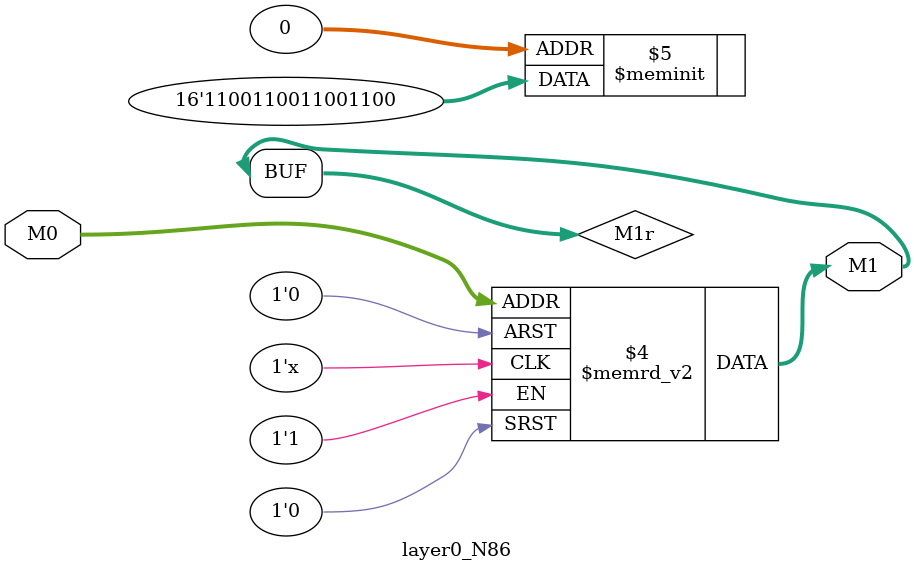
<source format=v>
module layer0_N86 ( input [2:0] M0, output [1:0] M1 );

	(*rom_style = "distributed" *) reg [1:0] M1r;
	assign M1 = M1r;
	always @ (M0) begin
		case (M0)
			3'b000: M1r = 2'b00;
			3'b100: M1r = 2'b00;
			3'b010: M1r = 2'b00;
			3'b110: M1r = 2'b00;
			3'b001: M1r = 2'b11;
			3'b101: M1r = 2'b11;
			3'b011: M1r = 2'b11;
			3'b111: M1r = 2'b11;

		endcase
	end
endmodule

</source>
